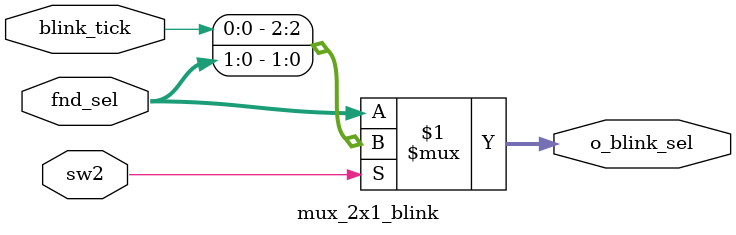
<source format=v>
`timescale 1ns / 1ps

module fnd_controller (
    input        clk,
    input        reset,
    input        sw_mode,
    input [15:0] cu_data,
    input        sw2, // blink
    input        sw1, // 0: msec/sec, 1: min/hour
    input    [23:0] data,
    input     [2:0] sel_sw,
    // input  [6:0] msec,
    // input  [5:0] sec,
    // input  [5:0] min,
    // input  [4:0] hour,
    output [7:0] fnd_data,
    output [3:0] fnd_com,
    output [15:0] uart_send_data
);
    wire [3:0] w_bcd, w_bcd_sr04, w_bcd_dht11;
    wire [3:0] w_msec1, w_mesc10, w_sec_1, w_sec_10;
    wire [3:0] w_min_1, w_min_10, w_hour_1, w_hour_10;
    wire [3:0] w_min_hour, w_msec_sec;
    wire w_oclk;
    wire [3:0] w_dot;
    wire [2:0] fnd_sel;
    wire w_blink_tick;
    wire [2:0] w_mux_8x1_sel; //
    wire sw1_sw2;
    wire sw12;
    wire [3:0] bcd;
    wire [15:0] w_sr04_fnd_data, w_dht11_fnd_data;


    assign sw1_sw2 = (~sw1) & sw2;
    ////////////////////////
    O_BCD_Watch U_O_BCD_WATCH(
        .time_data(data),
        .mux_8x1_sel(w_mux_8x1_sel),
        .i_dot(w_dot),
        .bcd_msec_sec(w_msec_sec),
        .bcd_min_hour(w_min_hour)
    );
    ////////////////
    O_BCD_sr04 U_sr04(
        .sr04_data(data),
        .fnd_sel(fnd_sel),
        .bcd(w_bcd_sr04),
        .sr04_fnd_data(w_sr04_fnd_data)
    );
    /////////////////////
    O_BCD_dht11 U_dht11(
        .dht11_data(data),
        .fnd_sel(fnd_sel),
        .bcd(w_bcd_dht11),
        . dht11_fnd_data(w_dht11_fnd_data)
    );
    ///////////////////////
    mux_2x1_blink U_blink_mux (
        .sw2(sw1_sw2),
        .fnd_sel(fnd_sel),
        .blink_tick(w_blink_tick),
        .o_blink_sel(w_mux_8x1_sel)
    );

    blink_gen U_blink (
        .clk(clk),
        .rst(reset),
        .blink_tick(w_blink_tick)
    );

    decoder_2x4 U_Decoder_2x4 (
        .fnd_sel(fnd_sel),
        .fnd_com(fnd_com)
    );

    mux2x1 U_MUX_2X1(
        .msec_sec(w_msec_sec),
        .min_hour(w_min_hour),
        .sel(sw_mode),
        .bcd(w_bcd)
    );
    MUX_3X1 U_MUX_3X1(
        .time_bcd(w_bcd),
        .sr04_bcd(w_bcd_sr04),
        .dht11_bcd(w_bcd_dht11),
        .sr04_data(w_sr04_fnd_data),
        .dht11_data(w_dht11_fnd_data),
        .sel_sw(sel_sw),
        .o_bcd(bcd),
        .uart_send_data(uart_send_data)   
    );

  

    comparator U_COMPAR(
    .i_msec(data[6:0]),
    .o_dot(w_dot)
    );

    bcd U_BCD (
        .bcd(bcd),
        .fnd_data(fnd_data)
    );

    counter_8 U_Counter8 (
        .clk(w_oclk),
        .reset(reset),
        .fnd_sel(fnd_sel)
    );

    clk_div U_clk_div (
        .clk  (clk),
        .reset(reset),
        .o_clk(w_oclk)
    );
endmodule
///////////////////////////////
module O_BCD_Watch (
    input [23:0]time_data,
    input [2:0]mux_8x1_sel,
    input [3:0] i_dot,
    output [3:0]bcd_msec_sec,
    output [3:0]bcd_min_hour
);
    wire [3:0] w_msec1, w_mesc10, w_sec_1, w_sec_10;
    wire [3:0] w_min_1, w_min_10, w_hour_1, w_hour_10;
    //ds msec
    digit_splitter #(
        .BIT_WIDTH(7)
    ) U_DS_MSEC (
        .time_data(time_data[6:0]),
        .digit_1  (w_msec1),
        .digit_10 (w_mesc10)
    );
    //ds sec
    digit_splitter #(
        .BIT_WIDTH(6)
    ) U_DS_SEC (
        .time_data(time_data[12:7]),
        .digit_1  (w_sec_1),
        .digit_10 (w_sec_10)
    );
    //ds min
    digit_splitter #(
        .BIT_WIDTH(6)
    ) U_DS_min (
        .time_data(time_data[18:13]),
        .digit_1  (w_min_1),
        .digit_10 (w_min_10)
    );
    //ds hour
    digit_splitter #(
        .BIT_WIDTH(5)
    ) U_DS_hour (
        .time_data(time_data[23:19]),
        .digit_1  (w_hour_1),
        .digit_10 (w_hour_10)
    );
    mux_8x1 U_MUX_8x1_msec_sec (
        .sel(mux_8x1_sel),
        .digit_1(w_msec1),
        .digit_10(w_mesc10),
        .digit_100 (w_sec_1),     // 입력 없으면 비워놓기, Error 발생 안함
        .digit_1000(w_sec_10),
        .i_dot(i_dot),
        .bcd(bcd_msec_sec)
    );
    mux_8x1 U_MUX_8x1_min_hour (
        .sel(mux_8x1_sel),
        .digit_1(w_min_1),
        .digit_10(w_min_10),
        .digit_100 (w_hour_1),     // 입력 없으면 비워놓기, Error 발생 안함
        .digit_1000(w_hour_10),
        .i_dot(i_dot),
        .bcd(bcd_min_hour)
    );
endmodule
///////////////////////////
module O_BCD_sr04 (
    input [23:0]sr04_data,
    input [2:0]fnd_sel,
    output [3:0]bcd,
    output [15:0] sr04_fnd_data
);
    wire [3:0] w_digit_0, w_digit_1, w_digit_10, w_digit_100;

    digit_splitter_sr04 U_Digit_SR04(
    .dist(sr04_data[13:4]),
    .dist_dot(sr04_data[3:0]),
    .digit_0(w_digit_0),
    .digit_1(w_digit_1),
    .digit_10(w_digit_10),
    .digit_100(w_digit_100),
    .sr04_fnd_data(sr04_fnd_data)
    );
    mux_8x1_sr04 U_MUX_8x1_sr04 (
        .sel(fnd_sel),
        .digit_0(w_digit_0),
        .digit_1(w_digit_1),
        .digit_10(w_digit_10),
        .digit_100(w_digit_100),
        .bcd(bcd)
    );


endmodule
/////////////////////////////////
module O_BCD_dht11 (
    input [23:0]dht11_data,
    input [2:0]fnd_sel,
    output [3:0]bcd,
    output [15:0] dht11_fnd_data
);
wire [3:0] w_digit_0, w_digit_1, w_digit_10, w_digit_100;
    digit_splitter_dht11 U_Digit_dht11(
    .t_data(dht11_data[7:0]),
    .rh_data(dht11_data[15:8]),
    .digit_1_t(w_digit_0),
    .digit_10_t(w_digit_1),
    .digit_1_rh(w_digit_10),
    .digit_10_rh(w_digit_100),
    .dht11_data(dht11_fnd_data)
    );
    mux_8x1_dht11 U_MUX_8x1_dht11 (
        .sel(fnd_sel),
        .digit_1_t(w_digit_0),
        .digit_10_t(w_digit_1),
        .digit_1_rh(w_digit_10),
        .digit_10_rh(w_digit_100),
        .bcd(bcd)
    );

endmodule
////////////////////////////////

module digit_splitter_dht11 (
    input  [7:0] rh_data,
    input  [7:0] t_data,
    output [ 3:0] digit_1_t,
    output [ 3:0] digit_10_t,
    output [ 3:0] digit_1_rh,
    output [ 3:0] digit_10_rh,
    output [15:0] dht11_data
);

    assign dht11_data = {digit_10_rh,digit_1_rh,digit_10_t,digit_1_t};
    assign digit_1_t = t_data % 10;
    assign digit_10_t = (t_data / 10) % 10;
    assign digit_1_rh = rh_data % 10;
    assign digit_10_rh = (rh_data / 10) %10;

endmodule

module mux_8x1_dht11 (
    input  [2:0] sel,
    input  [3:0] digit_1_t,
    input  [3:0] digit_10_t,
    input  [3:0] digit_1_rh,
    input  [3:0] digit_10_rh,
    output [3:0] bcd
);

    reg [3:0] r_bcd;
    assign bcd = r_bcd;

    always @(*) begin
        case (sel)
            3'b000: r_bcd = digit_1_t;
            3'b001: r_bcd = digit_10_t;
            3'b010: r_bcd = digit_1_rh;
            3'b011: r_bcd = digit_10_rh;
            3'b100: r_bcd = digit_1_t;
            3'b101: r_bcd = digit_10_t;
            3'b110: r_bcd = 4'h0e;
            3'b111: r_bcd = digit_10_rh;
        endcase
    end
endmodule

module digit_splitter_sr04 (
    input  [9:0] dist,
    input  [3:0] dist_dot,
    output [ 3:0] digit_0,
    output [ 3:0] digit_1,
    output [ 3:0] digit_10,
    output [ 3:0] digit_100,
    output [15:0] sr04_fnd_data
);

    assign sr04_fnd_data = {digit_100,digit_10,digit_1,digit_0};

    assign digit_0 = dist_dot % 10;
    assign digit_1 = dist % 10;
    assign digit_10 = (dist / 10) % 10;
    assign digit_100 = (dist / 100) % 10;
endmodule

module mux_8x1_sr04 (
    input  [2:0] sel,
    input  [3:0] digit_0,
    input  [3:0] digit_1,
    input  [3:0] digit_10,
    input  [3:0] digit_100,
    output [3:0] bcd
);

    reg [3:0] r_bcd;
    assign bcd = r_bcd;

    always @(*) begin
        case (sel)
            3'b000: r_bcd = digit_0;
            3'b001: r_bcd = digit_1;
            3'b010: r_bcd = digit_10;
            3'b011: r_bcd = digit_100;
            3'b100: r_bcd = digit_0;
            3'b101: r_bcd = 4'h0e;
            3'b110: r_bcd = digit_10;
            3'b111: r_bcd = digit_100;
        endcase
    end
endmodule
/*
module demux3x1(
    input [23:0] data,
    input [2:0] sel_sw,
    output reg [23:0] time_data,
    output reg [23:0] sr04,
    output reg [23:0] dht11
);

    always @(*) begin
        time_data = 0;
        sr04 = 0;
        dht11 = 0;
        case (sel_sw)
           3'b001 : time_data = data;
           3'b010 : sr04 = data;
           3'b100 : dht11 = data;
            default: begin
                time_data = 0;
                sr04 = 0;
                dht11 = 0;
            end
        endcase
    end
endmodule
*/
module MUX_3X1 (
    input [3:0] time_bcd,
    input [3:0] sr04_bcd,
    input [3:0] dht11_bcd,
    input [15:0] sr04_data,
    input [15:0] dht11_data,
    input [2:0] sel_sw,
    output reg [3:0] o_bcd,
    output reg [15:0] uart_send_data
);




always @(*) begin
    o_bcd = 0;
    uart_send_data = 0;
    case (sel_sw)
        3'b001: begin
            o_bcd = time_bcd;
            uart_send_data = 0;
        end
        3'b010: begin
            o_bcd = sr04_bcd;
            uart_send_data = sr04_data;
        end
       
        3'b100: begin
            o_bcd = dht11_bcd;
            uart_send_data = dht11_data;
        end
    endcase
end
    
endmodule

//mux 2x1 msec_sec, min_hour
module mux2x1 (
    input  [3:0] msec_sec,
    input  [3:0] min_hour,
    input        sel,
    output [3:0] bcd
);
    assign bcd = (sel) ? min_hour : msec_sec;
endmodule



module clk_div (
    input  clk,
    input  reset,
    output o_clk
);
    //clk 100_000_000, r_count = 100_000
    //reg [16:0] r_counter;
    reg [$clog2(100_000)-1:0] r_counter;
    reg r_clk;

    assign o_clk = r_clk;
    always @(posedge clk, posedge reset) begin
        if (reset) begin
            r_counter <= 0;
            r_clk     <= 1'b0;
        end else begin
            if (r_counter == 100_000 - 1) begin  //1khz period
                r_counter <= 0;
                r_clk <= 1'b1;
            end else begin
                r_counter <= r_counter + 1;
                r_clk <= 1'b0;
            end
        end
    end
endmodule


//팔진카운터
module counter_8 (
    input        clk,
    input        reset,
    output [2:0] fnd_sel
);
    reg [2:0] r_counter;
    assign fnd_sel = r_counter;
    always @(posedge clk, posedge reset) begin
        if (reset) begin
            r_counter <= 0;
        end else begin
            r_counter <= r_counter + 1;
        end
    end

endmodule
//DS
module digit_splitter #(
    parameter BIT_WIDTH = 7
) (
    input  [BIT_WIDTH-1:0] time_data,
    output [          3:0] digit_1,
    output [          3:0] digit_10

);
    assign digit_1  = time_data % 10;
    assign digit_10 = (time_data / 10) % 10;
endmodule

//2x4 디코더
module decoder_2x4 (
    input      [2:0] fnd_sel,
    output reg [3:0] fnd_com
);

    always @(fnd_sel) begin
        case (fnd_sel[1:0]) //하위 2비트만 비교교
            2'b00:   fnd_com = 4'b1110;
            2'b01:   fnd_com = 4'b1101;
            2'b10:   fnd_com = 4'b1011;
            2'b11:   fnd_com = 4'b0111;
            default: fnd_com = 4'b1111;
        endcase
    end

endmodule
//비교기
module comparator (
    input  [6:0] i_msec,
    output reg [3:0] o_dot
);
    //assign o_dot = (i_msec > 49) ? 4'h0e : 4'h0f;
    always @(*) begin
        if (i_msec<50) begin
            o_dot=4'h0f;
        end else begin
            o_dot=4'h0e;
        end
    end
    
endmodule

module mux_8x1 (
    input  [3:0] digit_1,
    input  [3:0] digit_10,
    input  [3:0] digit_100,
    input  [3:0] digit_1000,
    input  [3:0] i_dot,
    input  [2:0] sel,
    output [3:0] bcd
);
    reg [3:0] r_bcd;
    assign bcd = r_bcd;
    //letch줄이는법  초기값이나 디폴트 설정을 잘한다
    // 4:1 mux , always
    always @(*) begin
        case (sel)
            3'b000: r_bcd = digit_1;
            3'b001: r_bcd = digit_10;
            3'b010: r_bcd = digit_100;
            3'b011: r_bcd = digit_1000;
            3'b110: r_bcd = i_dot;
            default: r_bcd = 4'h0f;
        endcase 
    end

endmodule

module bcd (
    input  [3:0] bcd,
    output [7:0] fnd_data
);

    reg [7:0] r_fnd_data;
    assign fnd_data = r_fnd_data;
    //조합논리 : assign
    //조합논리 combinatioal , 행위수준 모델링 always 출력 보낼때 reg 타입
    always @(bcd) begin
        case (bcd)
            4'h00:   r_fnd_data = 8'hc0;
            4'h01:   r_fnd_data = 8'hf9;
            4'h02:   r_fnd_data = 8'ha4;
            4'h03:   r_fnd_data = 8'hb0;
            4'h04:   r_fnd_data = 8'h99;
            4'h05:   r_fnd_data = 8'h92;
            4'h06:   r_fnd_data = 8'h82;
            4'h07:   r_fnd_data = 8'hf8;
            4'h08:   r_fnd_data = 8'h80;
            4'h09:   r_fnd_data = 8'h90;
            4'h0a:   r_fnd_data = 8'hff;
            4'h0e:   r_fnd_data = 8'h7f; //dot on
            4'h0f:   r_fnd_data = 8'hff; //dot off
            default: r_fnd_data = 8'hff;
        endcase
    end

endmodule


module blink_gen (
    input clk,
    input rst,
    output reg blink_tick
);

    parameter COUNT = 20000000;
    reg [24:0] r_count;


    always @(posedge clk, posedge rst) begin
        if (rst) begin
            r_count <= 0;
            blink_tick <= 0;
        end else if (r_count == COUNT - 1) begin
            r_count <= 0;
        end else if (r_count < (COUNT / 2)) begin
            r_count <= r_count + 1;
            blink_tick <= 1'b1;
        end else begin
            r_count <= r_count + 1;
            blink_tick <= 1'b0;
        end
    end

endmodule

module mux_2x1_blink (
    input sw2,
    input [2:0] fnd_sel,
    input blink_tick,
    output [2:0] o_blink_sel
);
    assign o_blink_sel = sw2 ? {blink_tick, fnd_sel[1:0]} : fnd_sel;

endmodule


</source>
